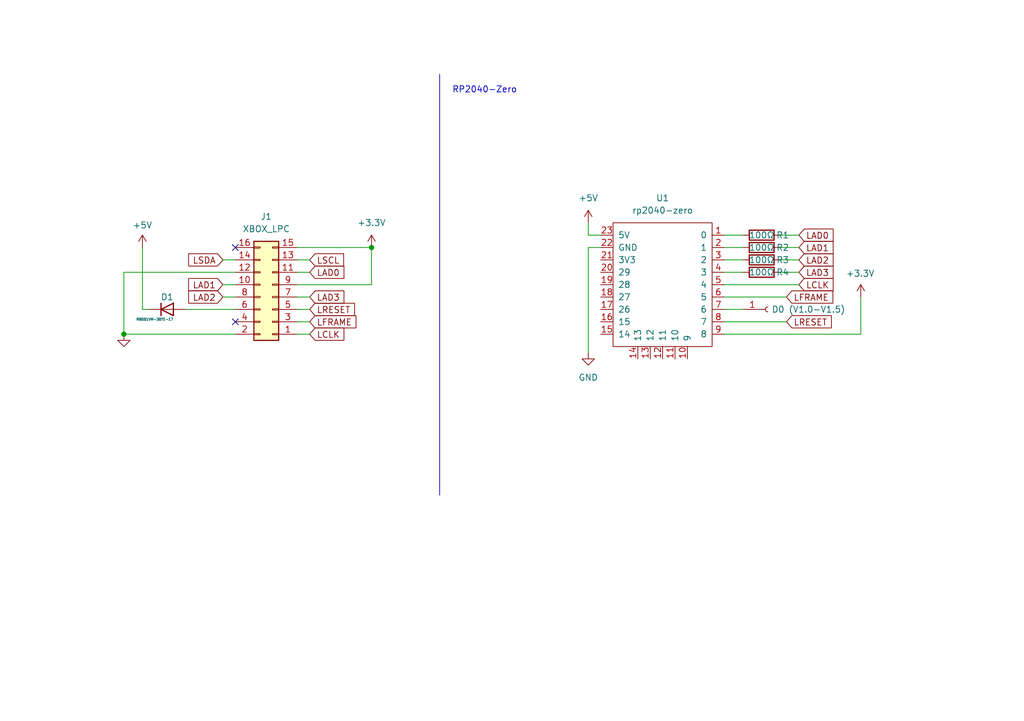
<source format=kicad_sch>
(kicad_sch (version 20231120) (generator "eeschema") (generator_version "8.0")
  (paper "A5")
  (title_block (title "Pi Pico adapter for ModXo") (date "2024-08-24") (rev "1.0") (company "Simplified version (no RGB/LED/display/io)") (comment 1 "Schematic based on version by EqUiNoX") (comment 2 "Thanks to Team Resurgent"))
  (lib_symbols
    (symbol "Connector:Conn_01x01_Female" (pin_names (offset 1.016) hide)
      (property "Reference" "J" (at 0 2.54 0))
      (property "Value" "Conn_01x01_Female" (at 0 -2.54 0))
      (symbol "Conn_01x01_Female_1_1"
        (polyline (pts (xy -1.27 0) (xy -0.508 0)) (stroke (width 0.1524)))
        (arc (start 0 0.508) (mid -0.5058 0) (end 0 -0.508) (stroke (width 0.1524)))
        (pin passive line (at -5.08 0 0) (length 3.81) (name "Pin_1") (number "1"))
      )
    )
    (symbol "Device:D" (pin_numbers hide) (pin_names (offset 1.016) hide)
      (property "Reference" "D" (at 0 2.54 0))
      (property "Value" "D" (at 0 -2.54 0))
      (symbol "D_0_1"
        (polyline (pts (xy -1.27 1.27) (xy -1.27 -1.27)) (stroke (width 0.254)))
        (polyline (pts (xy 1.27 0) (xy -1.27 0)))
        (polyline (pts (xy 1.27 1.27) (xy 1.27 -1.27) (xy -1.27 0) (xy 1.27 1.27)) (stroke (width 0.254)))
      )
      (symbol "D_1_1"
        (pin passive line (at -3.81 0 0) (length 2.54) (name "K") (number "1"))
        (pin passive line (at 3.81 0 180) (length 2.54) (name "A") (number "2"))
      )
    )
    (symbol "Device:R" (pin_numbers hide) (pin_names (offset 0))
      (property "Reference" "R" (at 2.032 0 90))
      (property "Value" "R" (at 0 0 90))
      (symbol "R_0_1"
        (rectangle (start -1.016 -2.54) (end 1.016 2.54) (stroke (width 0.254)))
      )
      (symbol "R_1_1"
        (pin passive line (at 0 3.81 270) (length 1.27) (name "~") (number "1"))
        (pin passive line (at 0 -3.81 90) (length 1.27) (name "~") (number "2"))
      )
    )
    (symbol "power:+3.3V" (power) (pin_names (offset 0))
      (property "Value" "+3.3V" (at 0 3.556 0))
      (symbol "+3.3V_0_1"
        (polyline (pts (xy -0.762 1.27) (xy 0 2.54)))
        (polyline (pts (xy 0 0) (xy 0 2.54)))
        (polyline (pts (xy 0 2.54) (xy 0.762 1.27)))
      )
      (symbol "+3.3V_1_1"
        (pin power_in line (at 0 0 90) (length 0) hide (name "+3V3") (number "1"))
      )
    )
    (symbol "power:+5V" (power) (pin_names (offset 0))
      (property "Value" "+5V" (at 0 3.556 0))
      (symbol "+5V_0_1"
        (polyline (pts (xy -0.762 1.27) (xy 0 2.54)))
        (polyline (pts (xy 0 0) (xy 0 2.54)))
        (polyline (pts (xy 0 2.54) (xy 0.762 1.27)))
      )
      (symbol "+5V_1_1"
        (pin power_in line (at 0 0 90) (length 0) hide (name "+5V") (number "1"))
      )
    )
    (symbol "power:GND" (power) (pin_names (offset 0))
      (property "Value" "GND" (at 0 -3.81 0))
      (symbol "GND_0_1"
        (polyline (pts (xy 0 0) (xy 0 -1.27) (xy 1.27 -1.27) (xy 0 -2.54) (xy -1.27 -1.27) (xy 0 -1.27)))
      )
      (symbol "GND_1_1"
        (pin power_in line (at 0 0 270) (length 0) hide (name "GND") (number "1"))
      )
    )
    (symbol "rp2040-zero:rp2040-zero" (pin_names (offset 1.016))
      (property "Reference" "U" (at 0 15.24 0))
      (property "Value" "rp2040-zero" (at 0 12.7 0))
      (symbol "rp2040-zero_0_1"
        (rectangle (start -10.16 11.43) (end 10.16 -13.97))
      )
      (symbol "rp2040-zero_1_1"
        (pin bidirectional line (at 12.7 8.89 180) (length 2.54) (name "0") (number "1"))
        (pin bidirectional line (at 5.08 -16.51 90) (length 2.54) (name "9") (number "10"))
        (pin bidirectional line (at 2.54 -16.51 90) (length 2.54) (name "10") (number "11"))
        (pin bidirectional line (at 0 -16.51 90) (length 2.54) (name "11") (number "12"))
        (pin bidirectional line (at -2.54 -16.51 90) (length 2.54) (name "12") (number "13"))
        (pin bidirectional line (at -5.08 -16.51 90) (length 2.54) (name "13") (number "14"))
        (pin bidirectional line (at -12.7 -11.43 0) (length 2.54) (name "14") (number "15"))
        (pin bidirectional line (at -12.7 -8.89 0) (length 2.54) (name "15") (number "16"))
        (pin bidirectional line (at -12.7 -6.35 0) (length 2.54) (name "26") (number "17"))
        (pin bidirectional line (at -12.7 -3.81 0) (length 2.54) (name "27") (number "18"))
        (pin bidirectional line (at -12.7 -1.27 0) (length 2.54) (name "28") (number "19"))
        (pin bidirectional line (at 12.7 6.35 180) (length 2.54) (name "1") (number "2"))
        (pin bidirectional line (at -12.7 1.27 0) (length 2.54) (name "29") (number "20"))
        (pin power_out line (at -12.7 3.81 0) (length 2.54) (name "3V3") (number "21"))
        (pin power_out line (at -12.7 6.35 0) (length 2.54) (name "GND") (number "22"))
        (pin power_out line (at -12.7 8.89 0) (length 2.54) (name "5V") (number "23"))
        (pin bidirectional line (at 12.7 3.81 180) (length 2.54) (name "2") (number "3"))
        (pin bidirectional line (at 12.7 1.27 180) (length 2.54) (name "3") (number "4"))
        (pin bidirectional line (at 12.7 -1.27 180) (length 2.54) (name "4") (number "5"))
        (pin bidirectional line (at 12.7 -3.81 180) (length 2.54) (name "5") (number "6"))
        (pin bidirectional line (at 12.7 -6.35 180) (length 2.54) (name "6") (number "7"))
        (pin bidirectional line (at 12.7 -8.89 180) (length 2.54) (name "7") (number "8"))
        (pin bidirectional line (at 12.7 -11.43 180) (length 2.54) (name "8") (number "9"))
      )
    )
    (symbol "xbox_lpc:XBOX_LPC" (pin_names (offset 1.016) hide)
      (property "Reference" "J1" (at 0 15.24 0))
      (property "Value" "XBOX_LPC" (at 0 12.7 0))
      (symbol "XBOX_LPC_1_1"
        (rectangle (start -2.54 -9.017) (end -1.27 -8.763) (stroke (width 0.1524)))
        (rectangle (start -2.54 -6.477) (end -1.27 -6.223) (stroke (width 0.1524)))
        (rectangle (start -2.54 -3.937) (end -1.27 -3.683) (stroke (width 0.1524)))
        (rectangle (start -2.54 -1.397) (end -1.27 -1.143) (stroke (width 0.1524)))
        (rectangle (start -2.54 1.143) (end -1.27 1.397) (stroke (width 0.1524)))
        (rectangle (start -2.54 3.683) (end -1.27 3.937) (stroke (width 0.1524)))
        (rectangle (start -2.54 6.223) (end -1.27 6.477) (stroke (width 0.1524)))
        (rectangle (start -2.54 8.763) (end -1.27 9.017) (stroke (width 0.1524)))
        (rectangle (start -2.54 10.16) (end 2.54 -10.16) (stroke (width 0.254)) (fill (type background)))
        (rectangle (start 2.54 -9.017) (end 1.27 -8.763) (stroke (width 0.1524)))
        (rectangle (start 2.54 -6.477) (end 1.27 -6.223) (stroke (width 0.1524)))
        (rectangle (start 2.54 -3.937) (end 1.27 -3.683) (stroke (width 0.1524)))
        (rectangle (start 2.54 -1.397) (end 1.27 -1.143) (stroke (width 0.1524)))
        (rectangle (start 2.54 1.143) (end 1.27 1.397) (stroke (width 0.1524)))
        (rectangle (start 2.54 3.683) (end 1.27 3.937) (stroke (width 0.1524)))
        (rectangle (start 2.54 6.223) (end 1.27 6.477) (stroke (width 0.1524)))
        (rectangle (start 2.54 8.763) (end 1.27 9.017) (stroke (width 0.1524)))
        (pin passive line (at 6.35 -8.89 180) (length 3.81) (name "LCLK") (number "1"))
        (pin passive line (at -6.35 1.27 0) (length 3.81) (name "LAD1") (number "10"))
        (pin passive line (at 6.35 3.81 180) (length 3.81) (name "LAD0") (number "11"))
        (pin passive line (at -6.35 3.81 0) (length 3.81) (name "GND") (number "12"))
        (pin passive line (at 6.35 6.35 180) (length 3.81) (name "SCL") (number "13"))
        (pin passive line (at -6.35 6.35 0) (length 3.81) (name "SDA") (number "14"))
        (pin power_in line (at 6.35 8.89 180) (length 3.81) (name "3.3V") (number "15"))
        (pin passive line (at -6.35 8.89 0) (length 3.81) (name "SERIRQ_(v1.0)") (number "16"))
        (pin power_out line (at -6.35 -8.89 0) (length 3.81) (name "GND") (number "2"))
        (pin passive line (at 6.35 -6.35 180) (length 3.81) (name "LFRAME#") (number "3"))
        (pin passive line (at -6.35 -6.35 0) (length 3.81) (name "PWR_(v1.6)") (number "4"))
        (pin passive line (at 6.35 -3.81 180) (length 3.81) (name "LRESET#") (number "5"))
        (pin power_out line (at -6.35 -3.81 0) (length 3.81) (name "5V") (number "6"))
        (pin passive line (at 6.35 -1.27 180) (length 3.81) (name "LAD3") (number "7"))
        (pin passive line (at -6.35 -1.27 0) (length 3.81) (name "LAD2") (number "8"))
        (pin power_out line (at 6.35 1.27 180) (length 3.81) (name "3.3V") (number "9"))
      )
    )
  )
  (junction (at 76.2 50.8))
  (junction (at 25.4 68.58))
  (no_connect (at 48.26 50.8))
  (no_connect (at 48.26 66.04))
  (wire (pts (xy 29.21 63.5) (xy 30.48 63.5)))
  (wire (pts (xy 45.72 58.42) (xy 48.26 58.42)))
  (wire (pts (xy 176.53 68.58) (xy 176.53 60.96)))
  (wire (pts (xy 148.59 48.26) (xy 152.4 48.26)))
  (wire (pts (xy 163.83 48.26) (xy 160.02 48.26)))
  (wire (pts (xy 60.96 68.58) (xy 63.5 68.58)))
  (wire (pts (xy 25.4 55.88) (xy 25.4 68.58)))
  (wire (pts (xy 60.96 63.5) (xy 63.5 63.5)))
  (wire (pts (xy 45.72 53.34) (xy 48.26 53.34)))
  (wire (pts (xy 60.96 58.42) (xy 76.2 58.42)))
  (wire (pts (xy 148.59 68.58) (xy 176.53 68.58)))
  (wire (pts (xy 123.19 48.26) (xy 120.65 48.26)))
  (wire (pts (xy 38.1 63.5) (xy 48.26 63.5)))
  (wire (pts (xy 163.83 50.8) (xy 160.02 50.8)))
  (wire (pts (xy 60.96 55.88) (xy 63.5 55.88)))
  (wire (pts (xy 148.59 60.96) (xy 161.29 60.96)))
  (wire (pts (xy 120.65 50.8) (xy 120.65 72.39)))
  (wire (pts (xy 60.96 60.96) (xy 63.5 60.96)))
  (wire (pts (xy 29.21 50.8) (xy 29.21 63.5)))
  (wire (pts (xy 48.26 55.88) (xy 25.4 55.88)))
  (wire (pts (xy 123.19 50.8) (xy 120.65 50.8)))
  (wire (pts (xy 148.59 55.88) (xy 152.4 55.88)))
  (wire (pts (xy 45.72 60.96) (xy 48.26 60.96)))
  (wire (pts (xy 148.59 66.04) (xy 161.29 66.04)))
  (wire (pts (xy 163.83 55.88) (xy 160.02 55.88)))
  (wire (pts (xy 148.59 58.42) (xy 163.83 58.42)))
  (wire (pts (xy 148.59 63.5) (xy 152.4 63.5)))
  (wire (pts (xy 76.2 58.42) (xy 76.2 50.8)))
  (wire (pts (xy 148.59 50.8) (xy 152.4 50.8)))
  (wire (pts (xy 148.59 53.34) (xy 152.4 53.34)))
  (wire (pts (xy 120.65 48.26) (xy 120.65 45.72)))
  (wire (pts (xy 60.96 50.8) (xy 76.2 50.8)))
  (wire (pts (xy 60.96 53.34) (xy 63.5 53.34)))
  (wire (pts (xy 163.83 53.34) (xy 160.02 53.34)))
  (wire (pts (xy 48.26 68.58) (xy 25.4 68.58)))
  (wire (pts (xy 60.96 66.04) (xy 63.5 66.04)))
  (rectangle (start 90.17 15.24) (end 90.17 101.6))
  (text "RP2040-Zero" (at 92.71 18.542 0) (effects (font (size 1.27 1.27)) (justify left)))
  (global_label "LAD2" (shape input) (at 163.83 53.34 0) (property "Intersheetrefs" "${INTERSHEET_REFS}" (effects (hide yes))))
  (global_label "LAD0" (shape input) (at 63.5 55.88 0) (property "Intersheetrefs" "${INTERSHEET_REFS}" (effects (hide yes))))
  (global_label "LAD0" (shape input) (at 163.83 48.26 0) (property "Intersheetrefs" "${INTERSHEET_REFS}" (effects (hide yes))))
  (global_label "LAD1" (shape input) (at 163.83 50.8 0) (property "Intersheetrefs" "${INTERSHEET_REFS}" (effects (hide yes))))
  (global_label "LFRAME" (shape input) (at 161.29 60.96 0) (property "Intersheetrefs" "${INTERSHEET_REFS}" (effects (hide yes))))
  (global_label "LAD1" (shape input) (at 45.72 58.42 180) (property "Intersheetrefs" "${INTERSHEET_REFS}" (effects (hide yes))))
  (global_label "LCLK" (shape input) (at 163.83 58.42 0) (property "Intersheetrefs" "${INTERSHEET_REFS}" (effects (hide yes))))
  (global_label "LRESET" (shape input) (at 63.5 63.5 0) (property "Intersheetrefs" "${INTERSHEET_REFS}" (effects (hide yes))))
  (global_label "LAD2" (shape input) (at 45.72 60.96 180) (property "Intersheetrefs" "${INTERSHEET_REFS}" (effects (hide yes))))
  (global_label "LSCL" (shape input) (at 63.5 53.34 0) (property "Intersheetrefs" "${INTERSHEET_REFS}" (effects (hide yes))))
  (global_label "LSDA" (shape input) (at 45.72 53.34 180) (property "Intersheetrefs" "${INTERSHEET_REFS}" (effects (hide yes))))
  (global_label "LCLK" (shape input) (at 63.5 68.58 0) (property "Intersheetrefs" "${INTERSHEET_REFS}" (effects (hide yes))))
  (global_label "LRESET" (shape input) (at 161.29 66.04 0) (property "Intersheetrefs" "${INTERSHEET_REFS}" (effects (hide yes))))
  (global_label "LAD3" (shape input) (at 63.5 60.96 0) (property "Intersheetrefs" "${INTERSHEET_REFS}" (effects (hide yes))))
  (global_label "LFRAME" (shape input) (at 63.5 66.04 0) (property "Intersheetrefs" "${INTERSHEET_REFS}" (effects (hide yes))))
  (global_label "LAD3" (shape input) (at 163.83 55.88 0) (property "Intersheetrefs" "${INTERSHEET_REFS}" (effects (hide yes))))
  (symbol (lib_id "power:GND") (at 25.4 68.58 0) (unit 1)
    (property "Reference" "#PWR04" (effects (hide yes)))
    (property "Value" "GND" (effects (hide yes)))
    (property "Description" "Power symbol creates a global label with name \"GND\" , ground" (effects (hide yes)))
  )
  (symbol (lib_id "Device:R") (at 156.21 50.8 90) (unit 1)
    (property "Reference" "R2" (at 160.528 50.8 90))
    (property "Value" "100Ω" (at 156.21 50.8 90))
    (property "Footprint" "Resistors_Universal:Resistor_SMD+THTuniversal_1206_RM10_HandSoldering" (effects (hide yes)))
    (property "Description" "Resistor" (effects (hide yes)))
  )
  (symbol (lib_id "power:+5V") (at 120.65 45.72 0) (unit 1)
    (property "Reference" "#PWR03" (effects (hide yes)))
    (property "Value" "+5V" (at 120.65 40.64 0))
    (property "Description" "Power symbol creates a global label with name \"+5V\"" (effects (hide yes)))
  )
  (symbol (lib_id "Device:R") (at 156.21 55.88 90) (unit 1)
    (property "Reference" "R4" (at 160.528 55.88 90))
    (property "Value" "100Ω" (at 156.21 55.88 90))
    (property "Footprint" "Resistors_Universal:Resistor_SMD+THTuniversal_1206_RM10_HandSoldering" (effects (hide yes)))
    (property "Description" "Resistor" (effects (hide yes)))
  )
  (symbol (lib_id "Device:R") (at 156.21 53.34 90) (unit 1)
    (property "Reference" "R3" (at 160.528 53.34 90))
    (property "Value" "100Ω" (at 156.21 53.34 90))
    (property "Footprint" "Resistors_Universal:Resistor_SMD+THTuniversal_1206_RM10_HandSoldering" (effects (hide yes)))
    (property "Description" "Resistor" (effects (hide yes)))
  )
  (symbol (lib_id "Device:R") (at 156.21 48.26 90) (unit 1)
    (property "Reference" "R1" (at 160.528 48.26 90))
    (property "Value" "100Ω" (at 156.21 48.26 90))
    (property "Footprint" "Resistors_Universal:Resistor_SMD+THTuniversal_1206_RM10_HandSoldering" (effects (hide yes)))
    (property "Description" "Resistor" (effects (hide yes)))
  )
  (symbol (lib_id "power:+3.3V") (at 176.53 60.96 0) (unit 1)
    (property "Reference" "#PWR012" (effects (hide yes)))
    (property "Value" "+3.3V" (at 173.482 56.134 0) (effects (justify left)))
    (property "Description" "Power symbol creates a global label with name \"+3.3V\"" (effects (hide yes)))
  )
  (symbol (lib_id "Connector:Conn_01x01_Female") (at 157.48 63.5 0) (unit 1)
    (property "Reference" "D0" (effects (hide yes)))
    (property "Value" "D0 (V1.0-V1.5)" (at 158.242 63.5 0) (effects (justify left)))
    (property "Footprint" "TestPoint:TestPoint_Pad_4.0x4.0mm" (effects (hide yes)))
    (property "Description" "Generic connector, single row, 01x01, script generated (kicad-library-utils/schlib/autogen/connector/)" (effects (hide yes)))
  )
  (symbol (lib_id "power:+5V") (at 29.21 50.8 0) (unit 1)
    (property "Reference" "#PWR05" (effects (hide yes)))
    (property "Value" "+5V" (at 29.21 46.228 0))
    (property "Description" "Power symbol creates a global label with name \"+5V\"" (effects (hide yes)))
  )
  (symbol (lib_id "power:GND") (at 120.65 72.39 0) (unit 1)
    (property "Reference" "#PWR02" (effects (hide yes)))
    (property "Value" "GND" (at 120.65 77.47 0))
    (property "Description" "Power symbol creates a global label with name \"GND\" , ground" (effects (hide yes)))
  )
  (symbol (lib_id "Device:D") (at 34.29 63.5 0) (unit 1)
    (property "Reference" "D1" (at 34.29 60.96 0))
    (property "Value" "RB551VM-30TE-17" (at 31.75 65.532 0) (effects (font (size 0.508 0.508))))
    (property "Footprint" "Diode_SMD:D_MELF-RM10_Universal_Handsoldering" (effects (hide yes)))
    (property "Description" "Diode" (effects (hide yes)))
    (property "Sim.Device" "D" (effects (hide yes)))
    (property "Sim.Pins" "1=K 2=A" (effects (hide yes)))
  )
  (symbol (lib_id "power:+3.3V") (at 76.2 50.8 0) (unit 1)
    (property "Reference" "#PWR06" (effects (hide yes)))
    (property "Value" "+3.3V" (at 76.2 45.72 0))
    (property "Description" "Power symbol creates a global label with name \"+3.3V\"" (effects (hide yes)))
  )
  (symbol (lib_id "rp2040-zero:rp2040-zero") (at 135.89 57.15 0) (unit 1)
    (property "Reference" "U1" (at 135.89 40.64 0))
    (property "Value" "rp2040-zero" (at 135.89 43.18 0))
    (property "Footprint" "RP2040-Zero:rp2040-zero-tht" (effects (hide yes)))
  )
  (symbol (lib_id "xbox_lpc:XBOX_LPC") (at 54.61 59.69 0) (unit 1)
    (property "Reference" "J1" (at 54.61 44.45 0))
    (property "Value" "XBOX_LPC" (at 54.61 46.99 0))
    (property "Footprint" "xbox_lpc:xbox_lpc" (effects (hide yes)))
    (property "Description" "Generic connector, double row, 02x08, odd/even pin numbering scheme (row 1 odd numbers, row 2 even numbers), script generated (kicad-library-utils/schlib/autogen/connector/)" (effects (hide yes)))
  )
)
</source>
